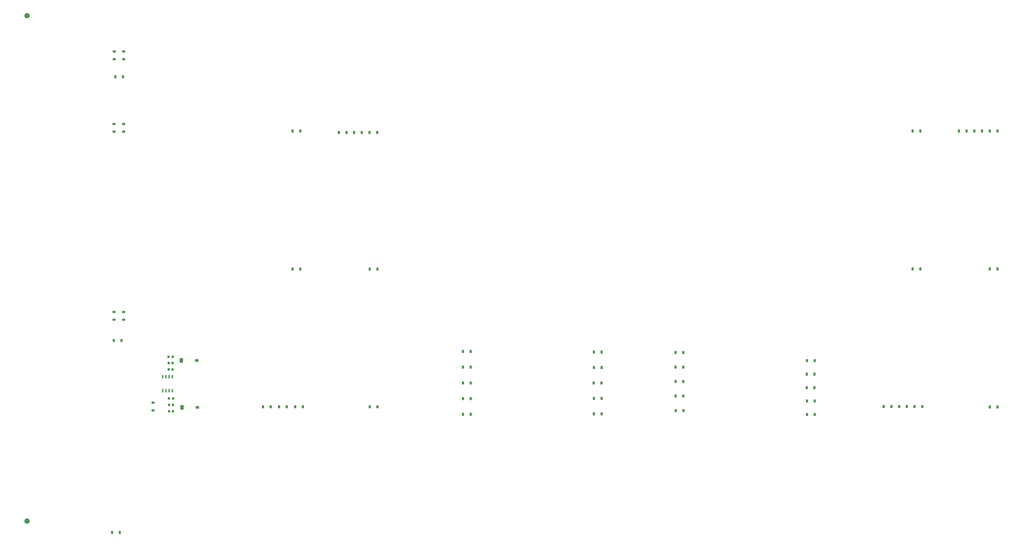
<source format=gtp>
%TF.GenerationSoftware,KiCad,Pcbnew,7.0.2-0*%
%TF.CreationDate,2024-05-08T22:34:26-07:00*%
%TF.ProjectId,FlexDeploySidePanels,466c6578-4465-4706-9c6f-795369646550,v3b*%
%TF.SameCoordinates,Original*%
%TF.FileFunction,Paste,Top*%
%TF.FilePolarity,Positive*%
%FSLAX46Y46*%
G04 Gerber Fmt 4.6, Leading zero omitted, Abs format (unit mm)*
G04 Created by KiCad (PCBNEW 7.0.2-0) date 2024-05-08 22:34:26*
%MOMM*%
%LPD*%
G01*
G04 APERTURE LIST*
G04 Aperture macros list*
%AMRoundRect*
0 Rectangle with rounded corners*
0 $1 Rounding radius*
0 $2 $3 $4 $5 $6 $7 $8 $9 X,Y pos of 4 corners*
0 Add a 4 corners polygon primitive as box body*
4,1,4,$2,$3,$4,$5,$6,$7,$8,$9,$2,$3,0*
0 Add four circle primitives for the rounded corners*
1,1,$1+$1,$2,$3*
1,1,$1+$1,$4,$5*
1,1,$1+$1,$6,$7*
1,1,$1+$1,$8,$9*
0 Add four rect primitives between the rounded corners*
20,1,$1+$1,$2,$3,$4,$5,0*
20,1,$1+$1,$4,$5,$6,$7,0*
20,1,$1+$1,$6,$7,$8,$9,0*
20,1,$1+$1,$8,$9,$2,$3,0*%
G04 Aperture macros list end*
%ADD10R,0.850000X1.200000*%
%ADD11RoundRect,0.200000X0.200000X0.275000X-0.200000X0.275000X-0.200000X-0.275000X0.200000X-0.275000X0*%
%ADD12RoundRect,0.225000X0.225000X0.250000X-0.225000X0.250000X-0.225000X-0.250000X0.225000X-0.250000X0*%
%ADD13R,1.200000X0.850000*%
%ADD14RoundRect,0.162500X0.487500X0.787500X-0.487500X0.787500X-0.487500X-0.787500X0.487500X-0.787500X0*%
%ADD15RoundRect,0.137500X0.512500X0.412500X-0.512500X0.412500X-0.512500X-0.412500X0.512500X-0.412500X0*%
%ADD16R,0.533400X1.460500*%
%ADD17C,2.100000*%
G04 APERTURE END LIST*
D10*
%TO.C,D15*%
X403625000Y-259375716D03*
X400575000Y-259375716D03*
%TD*%
%TO.C,D7*%
X443025000Y-261574797D03*
X446075000Y-261574797D03*
%TD*%
D11*
%TO.C,R2*%
X149986000Y-241868000D03*
X148336000Y-241868000D03*
%TD*%
D12*
%TO.C,C1*%
X150114000Y-263368000D03*
X148564000Y-263368000D03*
%TD*%
D10*
%TO.C,D10*%
X348675000Y-251650000D03*
X351725000Y-251650000D03*
%TD*%
%TO.C,D45*%
X430845000Y-261574797D03*
X433895000Y-261574797D03*
%TD*%
%TO.C,D9*%
X348675000Y-257358571D03*
X351725000Y-257358571D03*
%TD*%
D13*
%TO.C,D35*%
X126850000Y-227225000D03*
X126850000Y-224175000D03*
%TD*%
%TO.C,D37*%
X126875000Y-124400000D03*
X126875000Y-121350000D03*
%TD*%
D10*
%TO.C,D49*%
X215600000Y-153300000D03*
X218650000Y-153300000D03*
%TD*%
D11*
%TO.C,R1*%
X150164000Y-258348000D03*
X148514000Y-258348000D03*
%TD*%
D10*
%TO.C,D13*%
X403550000Y-248758572D03*
X400500000Y-248758572D03*
%TD*%
D12*
%TO.C,C3*%
X149936000Y-246888000D03*
X148386000Y-246888000D03*
%TD*%
D14*
%TO.C,D51*%
X153668000Y-261874000D03*
D15*
X159768000Y-261874000D03*
%TD*%
D10*
%TO.C,D43*%
X348725000Y-263108571D03*
X351775000Y-263108571D03*
%TD*%
%TO.C,D41*%
X185650000Y-261620000D03*
X188700000Y-261620000D03*
%TD*%
%TO.C,D24*%
X316360000Y-264430000D03*
X319410000Y-264430000D03*
%TD*%
D13*
%TO.C,D36*%
X126850000Y-152975000D03*
X126850000Y-149925000D03*
%TD*%
D10*
%TO.C,D11*%
X348675000Y-245941429D03*
X351725000Y-245941429D03*
%TD*%
D16*
%TO.C,U1*%
X146020850Y-255250000D03*
X147290850Y-255250000D03*
X148560850Y-255250000D03*
X149830850Y-255250000D03*
X149830850Y-249801700D03*
X148560850Y-249801700D03*
X147290850Y-249801700D03*
X146020850Y-249801700D03*
%TD*%
D10*
%TO.C,D27*%
X197311000Y-207250000D03*
X200361000Y-207250000D03*
%TD*%
%TO.C,D28*%
X197311000Y-152750000D03*
X200361000Y-152750000D03*
%TD*%
%TO.C,D12*%
X348675000Y-240232858D03*
X351725000Y-240232858D03*
%TD*%
%TO.C,D5*%
X442275000Y-152704797D03*
X445325000Y-152704797D03*
%TD*%
%TO.C,D47*%
X316360000Y-240010000D03*
X319410000Y-240010000D03*
%TD*%
D13*
%TO.C,D40*%
X130600000Y-224175000D03*
X130600000Y-227225000D03*
%TD*%
D10*
%TO.C,D26*%
X198400000Y-261600000D03*
X201450000Y-261600000D03*
%TD*%
%TO.C,D44*%
X264680000Y-264580000D03*
X267730000Y-264580000D03*
%TD*%
%TO.C,D21*%
X319410000Y-246115000D03*
X316360000Y-246115000D03*
%TD*%
%TO.C,D46*%
X460550000Y-152700000D03*
X463600000Y-152700000D03*
%TD*%
%TO.C,D19*%
X264680000Y-245995000D03*
X267730000Y-245995000D03*
%TD*%
D13*
%TO.C,D33*%
X142250000Y-263025000D03*
X142250000Y-259975000D03*
%TD*%
D10*
%TO.C,D32*%
X227791000Y-261620000D03*
X230841000Y-261620000D03*
%TD*%
D13*
%TO.C,D38*%
X130650000Y-121350000D03*
X130650000Y-124400000D03*
%TD*%
D10*
%TO.C,D3*%
X472755000Y-152704797D03*
X475805000Y-152704797D03*
%TD*%
%TO.C,D23*%
X319410000Y-258325000D03*
X316360000Y-258325000D03*
%TD*%
%TO.C,D1*%
X472775000Y-261704797D03*
X475825000Y-261704797D03*
%TD*%
D17*
%TO.C,J3*%
X92450000Y-306750000D03*
%TD*%
D10*
%TO.C,D50*%
X127350000Y-131300000D03*
X130400000Y-131300000D03*
%TD*%
%TO.C,D29*%
X221675000Y-153300000D03*
X224725000Y-153300000D03*
%TD*%
%TO.C,D42*%
X129090000Y-311250000D03*
X126040000Y-311250000D03*
%TD*%
%TO.C,D30*%
X227766000Y-153300000D03*
X230816000Y-153300000D03*
%TD*%
%TO.C,D2*%
X472735000Y-207204797D03*
X475785000Y-207204797D03*
%TD*%
%TO.C,D25*%
X192050000Y-261600000D03*
X195100000Y-261600000D03*
%TD*%
D17*
%TO.C,J2*%
X92450000Y-107200000D03*
%TD*%
D10*
%TO.C,D20*%
X264680000Y-239800000D03*
X267730000Y-239800000D03*
%TD*%
%TO.C,D48*%
X400525000Y-243450000D03*
X403575000Y-243450000D03*
%TD*%
%TO.C,D17*%
X264680000Y-258385000D03*
X267730000Y-258385000D03*
%TD*%
D14*
%TO.C,D52*%
X153420000Y-243332000D03*
D15*
X159520000Y-243332000D03*
%TD*%
D10*
%TO.C,D16*%
X400585000Y-264684288D03*
X403635000Y-264684288D03*
%TD*%
%TO.C,D6*%
X442275000Y-207204797D03*
X445325000Y-207204797D03*
%TD*%
%TO.C,D14*%
X403550000Y-254067144D03*
X400500000Y-254067144D03*
%TD*%
D12*
%TO.C,C4*%
X149936000Y-244378000D03*
X148386000Y-244378000D03*
%TD*%
D10*
%TO.C,D4*%
X466650000Y-152700000D03*
X469700000Y-152700000D03*
%TD*%
%TO.C,D34*%
X129750000Y-235425000D03*
X126700000Y-235425000D03*
%TD*%
%TO.C,D18*%
X264680000Y-252190000D03*
X267730000Y-252190000D03*
%TD*%
%TO.C,D31*%
X227791000Y-207250000D03*
X230841000Y-207250000D03*
%TD*%
D13*
%TO.C,D39*%
X130625000Y-149925000D03*
X130625000Y-152975000D03*
%TD*%
D10*
%TO.C,D22*%
X319390000Y-252220000D03*
X316340000Y-252220000D03*
%TD*%
D12*
%TO.C,C2*%
X150114000Y-260858000D03*
X148564000Y-260858000D03*
%TD*%
D10*
%TO.C,D8*%
X436950000Y-261574797D03*
X440000000Y-261574797D03*
%TD*%
M02*

</source>
